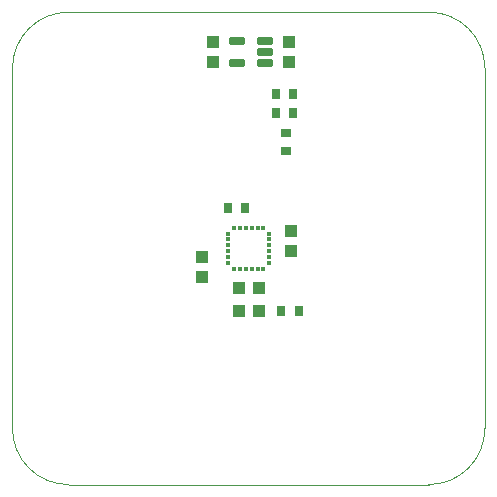
<source format=gbr>
%TF.GenerationSoftware,KiCad,Pcbnew,7.0.1*%
%TF.CreationDate,2023-08-30T02:16:58-03:00*%
%TF.ProjectId,PCB_FC_V2,5043425f-4643-45f5-9632-2e6b69636164,rev?*%
%TF.SameCoordinates,Original*%
%TF.FileFunction,Paste,Bot*%
%TF.FilePolarity,Positive*%
%FSLAX46Y46*%
G04 Gerber Fmt 4.6, Leading zero omitted, Abs format (unit mm)*
G04 Created by KiCad (PCBNEW 7.0.1) date 2023-08-30 02:16:58*
%MOMM*%
%LPD*%
G01*
G04 APERTURE LIST*
G04 Aperture macros list*
%AMRoundRect*
0 Rectangle with rounded corners*
0 $1 Rounding radius*
0 $2 $3 $4 $5 $6 $7 $8 $9 X,Y pos of 4 corners*
0 Add a 4 corners polygon primitive as box body*
4,1,4,$2,$3,$4,$5,$6,$7,$8,$9,$2,$3,0*
0 Add four circle primitives for the rounded corners*
1,1,$1+$1,$2,$3*
1,1,$1+$1,$4,$5*
1,1,$1+$1,$6,$7*
1,1,$1+$1,$8,$9*
0 Add four rect primitives between the rounded corners*
20,1,$1+$1,$2,$3,$4,$5,0*
20,1,$1+$1,$4,$5,$6,$7,0*
20,1,$1+$1,$6,$7,$8,$9,0*
20,1,$1+$1,$8,$9,$2,$3,0*%
G04 Aperture macros list end*
%ADD10R,0.900000X0.650000*%
%ADD11R,0.650000X0.900000*%
%ADD12R,1.100000X1.000000*%
%ADD13R,1.000000X1.100000*%
%ADD14RoundRect,0.060000X-0.615000X0.240000X-0.615000X-0.240000X0.615000X-0.240000X0.615000X0.240000X0*%
%ADD15R,0.350000X0.400000*%
%ADD16R,0.400000X0.350000*%
%TA.AperFunction,Profile*%
%ADD17C,0.100000*%
%TD*%
G04 APERTURE END LIST*
D10*
%TO.C,R5*%
X140400000Y-82325000D03*
X140400000Y-80875000D03*
%TD*%
D11*
%TO.C,R10*%
X141475000Y-95908757D03*
X140025000Y-95908757D03*
%TD*%
D12*
%TO.C,C10*%
X138100000Y-95908757D03*
X136400000Y-95908757D03*
%TD*%
D11*
%TO.C,R7*%
X141025000Y-77518757D03*
X139575000Y-77518757D03*
%TD*%
D12*
%TO.C,C9*%
X138100000Y-93968757D03*
X136400000Y-93968757D03*
%TD*%
D13*
%TO.C,C7*%
X133340000Y-93068757D03*
X133340000Y-91368757D03*
%TD*%
D11*
%TO.C,R4*%
X136925000Y-87200000D03*
X135475000Y-87200000D03*
%TD*%
D13*
%TO.C,C1*%
X140650000Y-74858757D03*
X140650000Y-73158757D03*
%TD*%
%TO.C,C3*%
X134250000Y-74858757D03*
X134250000Y-73158757D03*
%TD*%
D14*
%TO.C,U2*%
X138635000Y-73058757D03*
X138635000Y-74008757D03*
X138635000Y-74958757D03*
X136265000Y-74958757D03*
X136265000Y-73058757D03*
%TD*%
D13*
%TO.C,C8*%
X140850000Y-89158757D03*
X140850000Y-90858757D03*
%TD*%
D15*
%TO.C,U3*%
X136000000Y-88873757D03*
X136500000Y-88873757D03*
X137000000Y-88873757D03*
X137500000Y-88873757D03*
X138000000Y-88873757D03*
X138500000Y-88873757D03*
D16*
X138985000Y-89358757D03*
X138985000Y-89858757D03*
X138985000Y-90358757D03*
X138985000Y-90858757D03*
X138985000Y-91358757D03*
X138985000Y-91858757D03*
D15*
X138500000Y-92343757D03*
X138000000Y-92343757D03*
X137500000Y-92343757D03*
X137000000Y-92343757D03*
X136500000Y-92343757D03*
X136000000Y-92343757D03*
D16*
X135515000Y-91858757D03*
X135515000Y-91358757D03*
X135515000Y-90858757D03*
X135515000Y-90358757D03*
X135515000Y-89858757D03*
X135515000Y-89358757D03*
%TD*%
D11*
%TO.C,R6*%
X141025000Y-79168757D03*
X139575000Y-79168757D03*
%TD*%
D17*
X117250043Y-105858757D02*
G75*
G03*
X122000000Y-110608757I4749957J-43D01*
G01*
X157250043Y-75358757D02*
G75*
G03*
X152500000Y-70608757I-4750043J-43D01*
G01*
X122000000Y-70608760D02*
G75*
G03*
X117250000Y-75358757I0J-4750000D01*
G01*
X152500000Y-110608757D02*
X122000000Y-110608757D01*
X117250000Y-105858757D02*
X117250000Y-75358757D01*
X152500000Y-110608800D02*
G75*
G03*
X157250000Y-105858756I0J4750000D01*
G01*
X122000000Y-70608757D02*
X152500000Y-70608757D01*
X157250000Y-75358757D02*
X157250000Y-105858757D01*
M02*

</source>
